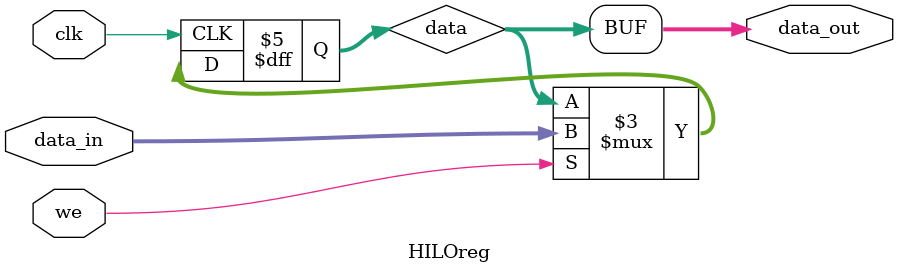
<source format=v>
`timescale 1ns / 1ps


module HILOreg(
    input [31:0] data_in,
    input we,
    input clk,
    output [31:0] data_out
    );
    reg [31:0] data;
    assign data_out=data;
    always @(posedge clk)
    begin
        if(we)
            data=data_in;
    end
endmodule


</source>
